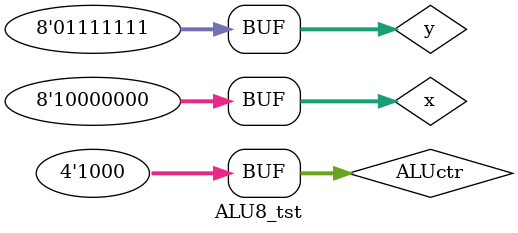
<source format=v>
`timescale 1ns / 1ps


module ALU8_tst();
wire [7:0] f; //8Î»ÔËËã½á¹û
 //½á¹ûÎª0±êÖ¾Î»
reg [7:0] x; //8Î»Êý¾ÝÊäÈë£¬ËÍµ½ALU¶Ë¿ÚA
reg [7:0] y; //8Î»Êý¾ÝÊäÈë£¬ËÍµ½ALU¶Ë¿ÚB
reg [3:0] ALUctr; //4Î»ALU²Ù×÷¿ØÖÆÐÅºÅ
ALU8 ALU8_inst(.f(f),.OF(OF),.SF(SF),.ZF(ZF),.CF(CF),.cout(cout),.x(x),.y(y),.ALUctr(ALUctr));
initial begin
#10 begin x=8'h7f; y=8'h80; ALUctr=4'b0000;end
#100 ALUctr=4'b0010;
#100 ALUctr=4'b0011;
#100 ALUctr=4'b0110;
#100 ALUctr=4'b1000;
#100 ALUctr=4'b1111;
#100 begin x=8'h80; y=8'h7f; ALUctr=4'b0010; end
#100 ALUctr=4'b0011;
#100 ALUctr=4'b1000;
end
endmodule

</source>
